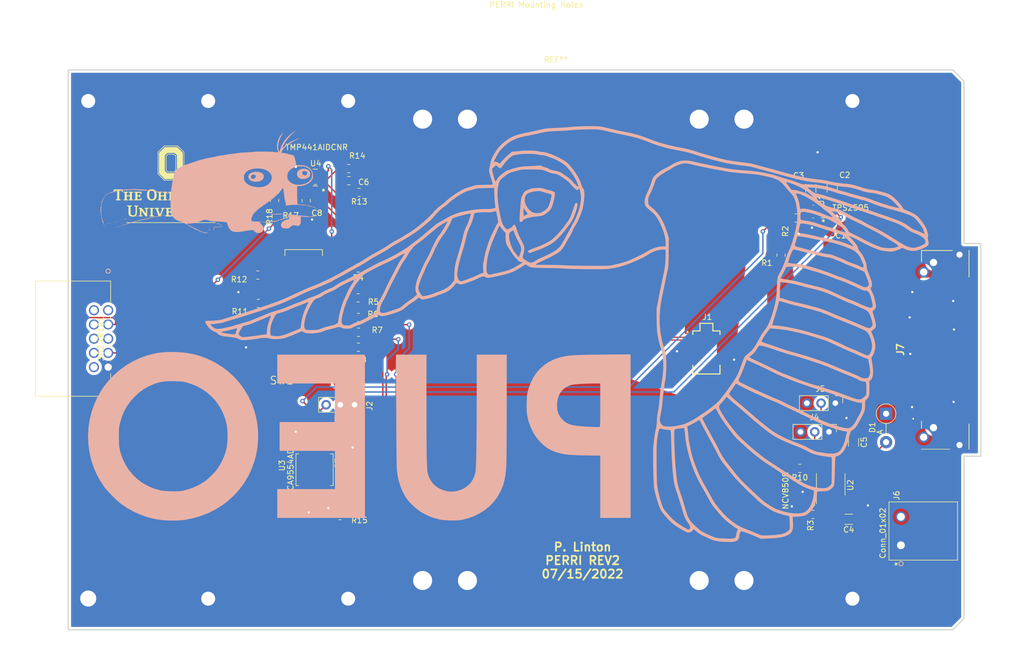
<source format=kicad_pcb>
(kicad_pcb (version 20211014) (generator pcbnew)
  (layers (0 "F.Cu" signal) (31 "B.Cu" signal) (34 "B.Paste" user) (35 "F.Paste" user) (36 "B.SilkS" user "B.Silkscreen") (37 "F.SilkS" user "F.Silkscreen") (38 "B.Mask" user) (39 "F.Mask" user) (44 "Edge.Cuts" user))
  (net 0 "")
  (net 1 "Net-(C1-Pad1)")
  (net 2 "GND")
  (net 3 "+12V")
  (net 4 "/12V_To_Hat")
  (net 5 "+5V")
  (net 6 "/DXN")
  (net 7 "/DXP")
  (net 8 "Net-(C5-Pad2)")
  (net 9 "Net-(C6-Pad1)")
  (net 10 "/SDA")
  (net 11 "/SCL")
  (net 12 "Net-(C6-Pad2)")
  (net 13 "/DS_EN")
  (net 14 "/To_Efuse_EN")
  (net 15 "/GPIO_EN")
  (net 16 "/TMP_A1")
  (net 17 "/TMP_A0")
  (net 18 "/FLT")
  (net 19 "/GPIO_A0")
  (net 20 "Net-(J4-Pad2)")
  (net 21 "/GPIO_A1")
  (net 22 "/GPIO_A2")
  (net 30 "Net-(R2-Pad1)")
  (net 31 "Net-(R3-Pad2)")
  (net 32 "Net-(R11-Pad1)")
  (net 33 "Net-(J5-Pad2)")
  (net 105 "Net-(R10-Pad1)")
  (net 106 "Net-(R12-Pad1)")
  (footprint "footprints:1757242" (layer "F.Cu") (at 237.11 126.05 90)
    (fp_text reference "J6")
    (fp_text value "Conn_01x02")
  )
  (footprint "Resistor_SMD:R_0805_2012Metric" (layer "F.Cu") (at 127.98 69.59 90)
    (fp_text reference "R17")
    (fp_text value "R_US")
  )
  (footprint "Capacitor_SMD:C_1206_3216Metric" (layer "F.Cu") (at 221.01 67.39 90)
    (fp_text reference "C3")
    (fp_text value "C_Polarized_US")
  )
  (footprint "footprints:OSU_Logo" (layer "F.Cu") (at 106.73 66.65)
    (fp_text reference "G***" hide)
    (fp_text value "LOGO" hide)
  )
  (footprint "Diode_THT:D_DO-41_SOD81_P5.08mm_Vertical_AnodeUp" (layer "F.Cu") (at 234.46 107.637818 -90)
    (fp_text reference "D1")
    (fp_text value "DIODE")
  )
  (footprint "Resistor_SMD:R_0805_2012Metric" (layer "F.Cu") (at 215.7 79.32 -90)
    (fp_text reference "R1")
    (fp_text value "R_US")
  )
  (footprint "Capacitor_SMD:C_1206_3216Metric" (layer "F.Cu") (at 224.83 67.37 90)
    (fp_text reference "C2")
    (fp_text value "C_Polarized_US")
  )
  (footprint "Resistor_SMD:R_0805_2012Metric" (layer "F.Cu") (at 140.35625 68.11 180)
    (fp_text reference "R13")
    (fp_text value "R_US")
  )
  (footprint "Resistor_SMD:R_0805_2012Metric" (layer "F.Cu") (at 140.15 86.95)
    (fp_text reference "R5")
    (fp_text value "R_US")
  )
  (footprint "footprints:PUEO150" (layer "F.Cu") (at 166.98 93.4)
    (fp_text reference "G***" hide)
    (fp_text value "LOGO" hide)
  )
  (footprint "footprints:SAMTEC_SS5-10-3.00-X-D-K-XX" (layer "F.Cu") (at 202.369396 96.233 90)
    (fp_text reference "J1")
    (fp_text value "SS5-10-3.00-X-D-K-XX")
  )
  (footprint "Connector_PinHeader_2.54mm:PinHeader_1x03_P2.54mm_Vertical" (layer "F.Cu") (at 139.52 106.04 -90)
    (fp_text reference "J2")
    (fp_text value "Conn_01x03")
  )
  (footprint "Capacitor_SMD:C_1206_3216Metric" (layer "F.Cu") (at 228.65 112.74 -90)
    (fp_text reference "C5")
    (fp_text value "0.1uF")
  )
  (footprint "Resistor_SMD:R_0805_2012Metric" (layer "F.Cu") (at 136.92 123.67 180)
    (fp_text reference "R16")
    (fp_text value "R_US")
  )
  (footprint "Capacitor_SMD:C_0805_2012Metric" (layer "F.Cu") (at 138.24 116.53 90)
    (fp_text reference "C7")
    (fp_text value "C_Small")
  )
  (footprint "footprints:FX23100S05SH" (layer "F.Cu") (at 245.027996 96.233 90)
    (fp_text reference "J7")
    (fp_text value "Conn_02x50_Counter_Clockwise" hide)
  )
  (footprint "Package_SO:SOIC-8-1EP_3.9x4.9mm_P1.27mm_EP2.514x3.2mm" (layer "F.Cu") (at 224.569725 120.262425 90)
    (fp_text reference "U2")
    (fp_text value "NCV8508")
  )
  (footprint "footprints:Perry" (layer "F.Cu") (at 113.77 67.73)
    (fp_text reference "G***" hide)
    (fp_text value "LOGO" hide)
  )
  (footprint "Resistor_SMD:R_0805_2012Metric" (layer "F.Cu") (at 140.24 93.08)
    (fp_text reference "R7")
    (fp_text value "R_US")
  )
  (footprint "Connector_PinHeader_2.54mm:PinHeader_1x03_P2.54mm_Vertical" (layer "F.Cu") (at 225.39 105.75 -90)
    (fp_text reference "J5")
    (fp_text value "Conn_01x03")
  )
  (footprint "Connector_PinHeader_2.54mm:PinHeader_1x03_P2.54mm_Vertical" (layer "F.Cu") (at 224.26 110.88 -90)
    (fp_text reference "J4")
    (fp_text value "Conn_01x03")
  )
  (footprint "Resistor_SMD:R_0805_2012Metric" (layer "F.Cu") (at 138.48625 63.86 180)
    (fp_text reference "R14")
    (fp_text value "R_US")
  )
  (footprint "footprints:302-R101" (layer "F.Cu") (at 95.510151 89.157 -90)
    (fp_text reference "J3")
    (fp_text value "302-R101")
  )
  (footprint "Resistor_SMD:R_0805_2012Metric" (layer "F.Cu") (at 218.36 72.67 180)
    (fp_text reference "R2")
    (fp_text value "R_US")
  )
  (footprint "TPS441:TPS259525DSGR" (layer "F.Cu") (at 222.4352 71.5242 180)
    (fp_text reference "U1")
    (fp_text value "TPS2595")
  )
  (footprint "Capacitor_SMD:C_0805_2012Metric" (layer "F.Cu") (at 130.88 69.59 -90)
    (fp_text reference "C8")
    (fp_text value "C_Small")
  )
  (footprint "footprints:PERRI_Outline" (layer "F.Cu") (at 175.391196 90.2348)
    (fp_text reference "REF**")
    (fp_text value "PERRI_Outline")
    (fp_line (start 72.9882 24.9944) (end 72.9882 53.9944) (layer "Edge.Cuts") (width 0.2))
    (fp_line (start 75.9882 24.9944) (end 72.9882 24.9944) (layer "Edge.Cuts") (width 0.2))
    (fp_line (start 72.9882 -13.0056) (end 75.9882 -13.0056) (layer "Edge.Cuts") (width 0.2))
    (fp_line (start 70.9882 55.9944) (end -87.0118 55.9944) (layer "Edge.Cuts") (width 0.2))
    (fp_line (start 72.9882 -42.0056) (end 72.9882 -13.0056) (layer "Edge.Cuts") (width 0.2))
    (fp_line (start -87.0118 55.9944) (end -87.0118 -44.0056) (layer "Edge.Cuts") (width 0.2))
    (fp_line (start 75.9882 -13.0056) (end 75.9882 24.9944) (layer "Edge.Cuts") (width 0.2))
    (fp_line (start 70.9882 -44.0056) (end 72.9882 -42.0056) (layer "Edge.Cuts") (width 0.2))
    (fp_line (start -87.0118 -44.0056) (end 70.9882 -44.0056) (layer "Edge.Cuts") (width 0.2))
    (fp_line (start 72.9882 53.9944) (end 70.9882 55.9944) (layer "Edge.Cuts") (width 0.2))
  )
  (footprint "Resistor_SMD:R_0805_2012Metric" (layer "F.Cu") (at 122.26 82.87 180)
    (fp_text reference "R12")
    (fp_text value "R_US")
  )
  (footprint "Resistor_SMD:R_0805_2012Metric" (layer "F.Cu") (at 136.92 125.84 180)
    (fp_text reference "R15")
    (fp_text value "R_US")
  )
  (footprint "Resistor_SMD:R_0805_2012Metric" (layer "F.Cu") (at 219.06 117.4 180)
    (fp_text reference "R10")
    (fp_text value "R_US")
  )
  (footprint "Resistor_SMD:R_0805_2012Metric" (layer "F.Cu") (at 125.24 69.55 90)
    (fp_text reference "R18")
    (fp_text value "R_US")
  )
  (footprint "Resistor_SMD:R_0805_2012Metric" (layer "F.Cu") (at 140.22 95.76)
    (fp_text reference "R8")
    (fp_text value "R_US")
  )
  (footprint "footprints:TMP441AIDCNR" (layer "F.Cu") (at 132.514601 65.46165 180)
    (fp_text reference "U4")
    (fp_text value "TMP441AIDCNR")
  )
  (footprint "Resistor_SMD:R_0805_2012Metric" (layer "F.Cu") (at 140.14 81.6)
    (fp_text reference "R4")
    (fp_text value "R_US")
  )
  (footprint "PCA9554ADB:PCA9554ADB" (layer "F.Cu") (at 132.3775 117.64195 -90)
    (fp_text reference "U3")
    (fp_text value "PCA9554ADB")
  )
  (footprint "Resistor_SMD:R_0805_2012Metric" (layer "F.Cu") (at 135.39 101.93 180)
    (fp_text reference "R9")
    (fp_text value "R_US")
  )
  (footprint "Resistor_SMD:R_0805_2012Metric" (layer "F.Cu") (at 140.22 90.45)
    (fp_text reference "R6")
    (fp_text value "R_US")
  )
  (footprint "footprints:SW_219-8LPSTRF" (layer "F.Cu") (at 130.430299 89.23 180)
    (fp_text reference "SW1")
    (fp_text value "SW_DIP_x08")
  )
  (footprint "footprints:PERRI_Mounting_Holes" (layer "F.Cu") (at 172.579551 90.239551)
    (fp_text reference "PERRI Mounting Holes")
    (fp_text value "PERRI_Mounting_Holes")
  )
  (footprint "Capacitor_SMD:C_0805_2012Metric" (layer "F.Cu") (at 138.51625 66.02 180)
    (fp_text reference "C6")
    (fp_text value "C_Small")
  )
  (footprint "Capacitor_SMD:C_0805_2012Metric" (layer "F.Cu") (at 224.5 74.51 -90)
    (fp_text reference "C1")
    (fp_text value "C")
  )
  (footprint "Resistor_SMD:R_0805_2012Metric" (layer "F.Cu") (at 221.38 125.62)
    (fp_text reference "R3")
    (fp_text value "R_US")
  )
  (footprint "Capacitor_SMD:C_1206_3216Metric" (layer "F.Cu") (at 227.79 126.49 180)
    (fp_text reference "C4")
    (fp_text value "1uF")
  )
  (footprint "Resistor_SMD:R_0805_2012Metric" (layer "F.Cu") (at 122.34165 87.94 180)
    (fp_text reference "R11")
    (fp_text value "R_US")
  )
  (gr_text "P. Linton\nPERRI REV2\n07/15/2022" (at 180.25 133.86) (layer "F.SilkS") (effects (font (size 1.5 1.5) (thickness 0.3))))
  (segment (start 223.385201 72.274201) (end 224.034201 72.274201) (width 0.25) (layer "F.Cu") (net 1))
  (segment (start 224.034201 72.274201) (end 224.5 72.74) (width 0.25) (layer "F.Cu") (net 1))
  (segment (start 224.5 72.74) (end 224.5 73.56) (width 0.25) (layer "F.Cu") (net 1))
  (segment (start 130.102501 111.962501) (end 129 110.86) (width 0.25) (layer "F.Cu") (net 2))
  (segment (start 239.727 87.983) (end 238.67 89.04) (width 0.25) (layer "F.Cu") (net 2))
  (segment (start 126.125299 93.04) (end 123.09 93.04) (width 0.25) (layer "F.Cu") (net 2))
  (segment (start 247.478974 103.483) (end 246.42 104.541974) (width 0.25) (layer "F.Cu") (net 2))
  (segment (start 129.976651 64.486651) (end 129.04 63.55) (width 0.25) (layer "F.Cu") (net 2))
  (segment (start 241.801996 89.483) (end 239.347 89.483) (width 0.25) (layer "F.Cu") (net 2))
  (segment (start 239.713 86.483) (end 239.205 85.975) (width 0.25) (layer "F.Cu") (net 2))
  (segment (start 238.67 90.16) (end 238.67 90.43) (width 0.25) (layer "F.Cu") (net 2))
  (segment (start 239.090974 105.07) (end 239.090974 106.459026) (width 0.25) (layer "F.Cu") (net 2))
  (segment (start 240.677974 104.983) (end 239.090974 106.57) (width 0.25) (layer "F.Cu") (net 2))
  (segment (start 228.65 111.265) (end 228.65 109.67) (width 0.25) (layer "F.Cu") (net 2))
  (segment (start 241.801996 95.483) (end 240.617 95.483) (width 0.25) (layer "F.Cu") (net 2))
  (segment (start 198.603 94.983) (end 197.103 96.483) (width 0.25) (layer "F.Cu") (net 2))
  (segment (start 247.478974 89.483) (end 246.46 88.464026) (width 0.25) (layer "F.Cu") (net 2))
  (segment (start 239.685974 85.975) (end 239.205 85.975) (width 0.25) (layer "F.Cu") (net 2))
  (segment (start 246.46 86.001974) (end 247.478974 84.983) (width 0.25) (layer "F.Cu") (net 2))
  (segment (start 240.677974 84.983) (end 239.685974 85.975) (width 0.25) (layer "F.Cu") (net 2))
  (segment (start 198.853 95.983) (end 198.353 96.483) (width 0.25) (layer "F.Cu") (net 2))
  (segment (start 238.78 98.585026) (end 238.78 97.32) (width 0.25) (layer "F.Cu") (net 2))
  (segment (start 240.677974 100.483) (end 238.78 98.585026) (width 0.25) (layer "F.Cu") (net 2))
  (segment (start 246.941026 87.983) (end 246.46 87.501974) (width 0.25) (layer "F.Cu") (net 2))
  (segment (start 241.801996 92.483) (end 240.153 92.483) (width 0.25) (layer "F.Cu") (net 2))
  (segment (start 248.677996 104.983) (end 246.647 104.983) (width 0.25) (layer "F.Cu") (net 2))
  (segment (start 240.617 95.483) (end 238.985 97.115) (width 0.25) (layer "F.Cu") (net 2))
  (segment (start 223.21 61.31) (end 222.84 60.94) (width 0.25) (layer "F.Cu") (net 2))
  (segment (start 241.801996 84.983) (end 240.677974 84.983) (width 0.25) (layer "F.Cu") (net 2))
  (segment (start 198.603 97.983) (end 197.103 96.483) (width 0.25) (layer "F.Cu") (net 2))
  (segment (start 224.569725 120.262425) (end 220.887575 120.262425) (width 0.25) (layer "F.Cu") (net 2))
  (segment (start 238.78 96.95) (end 238.78 97.32) (width 0.25) (layer "F.Cu") (net 2))
  (segment (start 200.034396 95.483) (end 198.733 95.483) (width 0.25) (layer "F.Cu") (net 2))
  (segment (start 241.801996 87.983) (end 239.727 87.983) (width 0.25) (layer "F.Cu") (net 2))
  (segment (start 246.42 104.541974) (end 246.42 105.21) (width 0.25) (layer "F.Cu") (net 2))
  (segment (start 247.478974 107.983) (end 246.42 106.924026) (width 0.25) (layer "F.Cu") (net 2))
  (segment (start 246.42 105.424026) (end 246.42 105.21) (width 0.25) (layer "F.Cu") (net 2))
  (segment (start 241.801996 90.983) (end 238.807 90.983) (width 0.25) (layer "F.Cu") (net 2))
  (segment (start 248.677996 103.483) (end 247.478974 103.483) (width 0.25) (layer "F.Cu") (net 2))
  (segment (start 241.801996 93.983) (end 240.677974 93.983) (width 0.25) (layer "F.Cu") (net 2))
  (segment (start 224.5 75.46) (end 222.29 75.46) (width 0.25) (layer "F.Cu") (net 2))
  (segment (start 240.153 92.483) (end 238.73 91.06) (width 0.25) (layer "F.Cu") (net 2))
  (segment (start 207.307 97.983) (end 207.31 97.98) (width 0.25) (layer "F.Cu") (net 2))
  (segment (start 122.43 98.12) (end 120.22 95.91) (width 0.25) (layer "F.Cu") (net 2))
  (segment (start 121.82 85.42) (end 121.3475 84.9475) (width 0.25) (layer "F.Cu") (net 2))
  (segment (start 239.205 85.975) (end 239.14 85.91) (width 0.25) (layer "F.Cu") (net 2))
  (segment (start 121.3475 84.9475) (end 119.7525 84.9475) (width 0.25) (layer "F.Cu") (net 2))
  (segment (start 222.00922 72.274201) (end 222.4352 71.848221) (width 0.25) (layer "F.Cu") (net 2))
  (segment (start 238.67 91) (end 238.73 91.06) (width 0.25) (layer "F.Cu") (net 2))
  (segment (start 239.090974 106.57) (end 238.97 106.57) (width 0.25) (layer "F.Cu") (net 2))
  (segment (start 224.569725 121.210275) (end 224.569725 120.262425) (width 0.25) (layer "F.Cu") (net 2))
  (segment (start 223.934725 121.845275) (end 224.569725 121.210275) (width 0.25) (layer "F.Cu") (net 2))
  (segment (start 247.478974 96.983) (end 246.35 95.854026) (width 0.25) (layer "F.Cu") (net 2))
  (segment (start 222.4352 73.1948) (end 221.23 74.4) (width 0.25) (layer "F.Cu") (net 2))
  (segment (start 240.677974 103.483) (end 239.090974 105.07) (width 0.25) (layer "F.Cu") (net 2))
  (segment (start 130.88 70.54) (end 130.88 71.91) (width 0.25) (layer "F.Cu") (net 2))
  (segment (start 248.677996 87.983) (end 246.941026 87.983) (width 0.25) (layer "F.Cu") (net 2))
  (segment (start 219.06 125.62) (end 217.62 124.18) (width 0.25) (layer "F.Cu") (net 2))
  (segment (start 248.677996 106.483) (end 247.478974 106.483) (width 0.25) (layer "F.Cu") (net 2))
  (segment (start 222.29 75.46) (end 221.23 74.4) (width 0.25) (layer "F.Cu") (net 2))
  (segment (start 121.66 90.5) (end 120.14 92.02) (width 0.25) (layer "F.Cu") (net 2))
  (segment (start 223.934725 122.899925) (end 223.934725 121.845275) (width 0.25) (layer "F.Cu") (net 2))
  (segment (start 221.01 65.915) (end 221.01 64.65) (width 0.25) (layer "F.Cu") (net 2))
  (segment (start 246.46 88.464026) (end 246.46 87.501974) (width 0.25) (layer "F.Cu") (net 2))
  (segment (start 241.801996 86.483) (end 239.713 86.483) (width 0.25) (layer "F.Cu") (net 2))
  (segment (start 223.21 62.45) (end 223.21 61.31) (width 0.25) (layer "F.Cu") (net 2))
  (segment (start 138.24 115.58) (end 138.24 114.61) (width 0.25) (layer "F.Cu") (net 2))
  (segment (start 120.14 95.83) (end 120.22 95.91) (width 0.25) (layer "F.Cu") (net 2))
  (segment (start 241.801996 104.983) (end 240.677974 104.983) (width 0.25) (layer "F.Cu") (net 2))
  (segment (start 247.478974 95.483) (end 246.35 94.354026) (width 0.25) (layer "F.Cu") (net 2))
  (segment (start 238.807 90.983) (end 238.73 91.06) (width 0.25) (layer "F.Cu") (net 2))
  (segment (start 200.034396 95.983) (end 198.853 95.983) (width 0.25) (layer "F.Cu") (net 2))
  (segment (start 238.67 89.04) (end 238.67 90.43) (width 0.25) (layer "F.Cu") (net 2))
  (segment (start 247.478974 84.983) (end 248.677996 84.983) (width 0.25) (layer "F.Cu") (net 2))
  (segment (start 204.704396 97.983) (end 207.307 97.983) (width 0.25) (layer "F.Cu") (net 2))
  (segment (start 241.801996 100.483) (end 240.677974 100.483) (width 0.25) (layer "F.Cu") (net 2))
  (segment (start 247.478974 90.983) (end 246.35 92.111974) (width 0.25) (layer "F.Cu") (net 2))
  (segment (start 220.887575 120.262425) (end 219.56 121.59) (width 0.25) (layer "F.Cu") (net 2))
  (segment (start 217.4475 72.67) (end 217.4475 74.0975) (width 0.25) (layer "F.Cu") (net 2))
  (segment (start 224.83 65.895) (end 224.83 64.07) (width 0.25) (layer "F.Cu") (net 2))
  (segment (start 200.034396 96.983) (end 198.853 96.983) (width 0.25) (layer "F.Cu") (net 2))
  (segment (start 126.125299 85.42) (end 121.82 85.42) (width 0.25) (layer "F.Cu") (net 2))
  (segment (start 239.737 106.483) (end 239.31 106.91) (width 0.25) (layer "F.Cu") (net 2))
  (segment (start 248.677996 92.483) (end 246.707 92.483) (width 0.25) (layer "F.Cu") (net 2))
  (segment (start 246.585 92.605) (end 246.35 92.84) (width 0.25) (layer "F.Cu") (net 2))
  (segment (start 204.704396 97.483) (end 206.813 97.483) (width 0.25) (layer "F.Cu") (net 2))
  (segment (start 241.801996 106.483) (end 239.737 106.483) (width 0.25) (layer "F.Cu") (net 2))
  (segment (start 246.46 87.501974) (end 246.46 86.001974) (width 0.25) (layer "F.Cu") (net 2))
  (segment (start 121.3475 84.9475) (end 121.3475 82.87) (width 0.25) (layer "F.Cu") (net 2))
  (segment (start 200.034396 94.983) (end 198.603 94.983) (width 0.25) (layer "F.Cu") (net 2))
  (segment (start 121.42915 85.02915) (end 121.3475 84.9475) (width 0.25) (layer "F.Cu") (net 2))
  (segment (start 239.090974 106.459026) (end 239.090974 106.57) (width 0.25) (layer "F.Cu") (net 2))
  (segment (start 120.14 92.02) (end 120.14 95.78) (width 0.25) (layer "F.Cu") (net 2))
  (segment (start 199.103 98.483) (end 198.603 97.983) (width 0.25) (layer "F.Cu") (net 2))
  (segment (start 222.91 62.75) (end 223.21 62.45) (width 0.25) (layer "F.Cu") (net 2))
  (segment (start 197.733 96.483) (end 197.103 96.483) (width 0.25) (layer "F.Cu") (net 2))
  (segment (start 247.478974 86.483) (end 246.46 87.501974) (width 0.25) (layer "F.Cu") (net 2))
  (segment (start 246.707 92.483) (end 246.585 92.605) (width 0.25) (layer "F.Cu") (net 2))
  (segment (start 229.265 126.49) (end 230.96 126.49) (width 0.25) (layer "F.Cu") (net 2))
  (segment (start 238.985 97.115) (end 238.78 97.32) (width 0.25) (layer "F.Cu") (net 2))
  (segment (start 239.117 96.983) (end 238.985 97.115) (width 0.25) (layer "F.Cu") (net 2))
  (segment (start 248.677996 89.483) (end 247.478974 89.483) (width 0.25) (layer "F.Cu") (net 2))
  (segment (start 126.125299 95.58) (end 120.55 95.58) (width 0.25) (layer "F.Cu") (net 2))
  (segment (start 246.647 104.983) (end 246.42 105.21) (width 0.25) (layer "F.Cu") (net 2))
  (segment (start 122.22 80.34) (end 121.3475 81.2125) (width 0.25) (layer "F.Cu") (net 2))
  (segment (start 248.677996 95.483) (end 247.478974 95.483) (width 0.25) (layer "F.Cu") (net 2))
  (segment (start 246.517987 105.522013) (end 246.42 105.424026) (width 0.25) (layer "F.Cu") (net 2))
  (segment (start 200.034396 96.483) (end 198.353 96.483) (width 0.25) (layer "F.Cu") (net 2))
  (segment (start 123.09 93.04) (end 120.22 95.91) (width 0.25) (layer "F.Cu") (net 2))
  (segment (start 130.102501 114.21295) (end 130.102501 111.962501) (width 0.25) (layer "F.Cu") (net 2))
  (segment (start 246.35 93.98) (end 246.35 92.84) (width 0.25) (layer "F.Cu") (net 2))
  (segment (start 200.034396 98.483) (end 199.103 98.483) (width 0.25) (layer "F.Cu") (net 2))
  (segment (start 248.677996 86.483) (end 247.478974 86.483) (width 0.25) (layer "F.Cu") (net 2))
  (segment (start 198.853 96.983) (end 198.353 96.483) (width 0.25) (layer "F.Cu") (net 2))
  (segment (start 206.807 98.483) (end 207.307 97.983) (width 0.25) (layer "F.Cu") (net 2))
  (segment (start 231.22 124.02) (end 231.22 126.23) (width 0.25) (layer "F.Cu") (net 2))
  (segment (start 247.493 93.983) (end 246.35 92.84) (width 0.25) (layer "F.Cu") (net 2))
  (segment (start 224.83 64.07) (end 223.21 62.45) (width 0.25) (layer "F.Cu") (net 2))
  (segment (start 200.034396 97.483) (end 198.733 97.483) (width 0.25) (layer "F.Cu") (net 2))
  (segment (start 126.125299 80.34) (end 122.22 80.34) (width 0.25) (layer "F.Cu") (net 2))
  (segment (start 121.42915 87.94) (end 121.42915 85.02915) (width 0.25) (layer "F.Cu") (net 2))
  (segment (start 130.88 71.91) (end 131.93 72.96) (width 0.25) (layer "F.Cu") (net 2))
  (segment (start 126.125299 98.12) (end 122.43 98.12) (width 0.25) (layer "F.Cu") (net 2))
  (segment (start 248.677996 90.983) (end 247.478974 90.983) (width 0.25) (layer "F.Cu") (net 2))
  (segment (start 240.383 107.983) (end 239.31 106.91) (width 0.25) (layer "F.Cu") (net 2))
  (segment (start 240.677974 93.983) (end 238.78 95.880974) (width 0.25) (layer "F.Cu") (net 2))
  (segment (start 198.353 96.483) (end 197.733 96.483) (width 0.25) (layer "F.Cu") (net 2))
  (segment (start 126.125299 90.5) (end 121.66 90.5) (width 0.25) (layer "F.Cu") (net 2))
  (segment (start 246.35 92.111974) (end 246.35 92.84) (width 0.25) (layer "F.Cu") (net 2))
  (segment (start 239.347 89.483) (end 238.67 90.16) (width 0.25) (layer "F.Cu") (net 2))
  (segment (start 220.4675 125.62) (end 219.06 125.62) (width 0.25) (layer "F.Cu") (net 2))
  (segment (start 131.320801 64.486651) (end 129.976651 64.486651) (width 0.25) (layer "F.Cu") (net 2))
  (segment (start 217.4475 74.0975) (end 218.85 75.5) (width 0.25) (layer "F.Cu") (net 2))
  (segment (start 246.35 94.354026) (end 246.35 93.98) (width 0.25) (layer "F.Cu") (net 2))
  (segment (start 206.813 97.483) (end 207.31 97.98) (width 0.25) (layer "F.Cu") (net 2))
  (segment (start 138.24 114.61) (end 139.18 113.67) (width 0.25) (layer "F.Cu") (net 2))
  (segment (start 246.42 106.924026) (end 246.42 105.424026) (width 0.25) (layer "F.Cu") (net 2))
  (segment (start 246.35 95.854026) (end 246.35 93.98) (width 0.25) (layer "F.Cu") (net 2))
  (segment (start 222.4352 71.848221) (end 222.4352 71.524203) (width 0.25) (layer "F.Cu") (net 2))
  (segment (start 248.677996 93.983) (end 247.493 93.983) (width 0.25) (layer "F.Cu") (net 2))
  (segment (start 221.01 64.65) (end 222.91 62.75) (width 0.25) (layer "F.Cu") (net 2))
  (segment (start 198.733 97.483) (end 197.733 96.483) (width 0.25) (layer "F.Cu") (net 2))
  (segment (start 120.55 95.58) (end 120.22 95.91) (width 0.25) (layer "F.Cu") (net 2))
  (segment (start 198.733 95.483) (end 197.733 96.483) (width 0.25) (layer "F.Cu") (net 2))
  (segment (start 247.478974 106.483) (end 246.517987 105.522013) (width 0.25) (layer "F.Cu") (net 2))
  (segment (start 228.65 109.67) (end 227.38 108.4) (width 0.25) (layer "F.Cu") (net 2))
  (segment (start 241.801996 107.983) (end 240.383 107.983) (width 0.25) (layer "F.Cu") (net 2))
  (segment (start 241.801996 103.483) (end 240.677974 103.483) (width 0.25) (layer "F.Cu") (net 2))
  (segment (start 121.3475 81.2125) (end 121.3475 82.87) (width 0.25) (layer "F.Cu") (net 2))
  (segment (start 221.485199 72.274201) (end 222.00922 72.274201) (width 0.25) (layer "F.Cu") (net 2))
  (segment (start 239.31 106.91) (end 238.97 106.57) (width 0.25) (layer "F.Cu") (net 2))
  (segment (start 120.14 95.78) (end 120.14 95.83) (width 0.25) (layer "F.Cu") (net 2))
  (segment (start 231.22 126.23) (end 230.96 126.49) (width 0.25) (layer "F.Cu") (net 2))
  (segment (start 238.78 95.880974) (end 238.78 96.95) (width 0.25) (layer "F.Cu") (net 2))
  (segment (start 241.801996 96.983) (end 239.117 96.983) (width 0.25) (layer "F.Cu") (net 2))
  (segment (start 222.4352 71.524203) (end 222.4352 73.1948) (width 0.25) (layer "F.Cu") (net 2))
  (segment (start 204.704396 98.483) (end 206.807 98.483) (width 0.25) (layer "F.Cu") (net 2))
  (segment (start 222.84 60.94) (end 222.23 60.94) (width 0.25) (layer "F.Cu") (net 2))
  (segment (start 119.7525 84.9475) (end 118.78 85.92) (width 0.25) (layer "F.Cu") (net 2))
  (segment (start 248.677996 107.983) (end 247.478974 107.983) (width 0.25) (layer "F.Cu") (net 2))
  (segment (start 200.034396 97.983) (end 198.603 97.983) (width 0.25) (layer "F.Cu") (net 2))
  (segment (start 248.677996 96.983) (end 247.478974 96.983) (width 0.25) (layer "F.Cu") (net 2))
  (segment (start 238.67 90.43) (end 238.67 91) (width 0.25) (layer "F.Cu") (net 2))
  (via (at 118.78 85.92) (size 0.8) (drill 0.4) (layers "F.Cu" "B.Cu") (net 2))
  (via (at 131.93 72.96) (size 0.8) (drill 0.4) (layers "F.Cu" "B.Cu") (net 2))
  (via (at 238.67 90.43) (size 0.8) (drill 0.4) (layers "F.Cu" "B.Cu") (net 2))
  (via (at 139.18 113.67) (size 0.8) (drill 0.4) (layers "F.Cu" "B.Cu") (net 2))
  (via (at 129 110.86) (size 0.8) (drill 0.4) (layers "F.Cu" "B.Cu") (net 2))
  (via (at 129.04 63.55) (size 0.8) (drill 0.4) (layers "F.Cu" "B.Cu") (net 2))
  (via (at 221.23 74.4) (size 0.8) (drill 0.4) (layers "F.Cu" "B.Cu") (net 2))
  (via (at 239.090974 106.459026) (size 0.8) (drill 0.4) (layers "F.Cu" "B.Cu") (net 2))
  (via (at 222.23 60.94) (size 0.8) (drill 0.4) (layers "F.Cu" "B.Cu") (net 2))
  (via (at 197.103 96.483) (size 0.8) (drill 0.4) (layers "F.Cu" "B.Cu") (net 2))
  (via (at 239.14 85.91) (size 0.8) (drill 0.4) (layers "F.Cu" "B.Cu") (net 2))
  (via (at 219.56 121.59) (size 0.8) (drill 0.4) (layers "F.Cu" "B.Cu") (net 2))
  (via (at 217.62 124.18) (size 0.8) (drill 0.4) (layers "F.Cu" "B.Cu") (net 2))
  (via (at 246.517987 105.522013) (size 0.8) (drill 0.4) (layers "F.Cu" "B.Cu") (net 2))
  (via (at 227.38 108.4) (size 0.8) (drill 0.4) (layers "F.Cu" "B.Cu") (net 2))
  (via (at 231.22 124.02) (size 0.8) (drill 0.4) (layers "F.Cu" "B.Cu") (net 2))
  (via (at 238.78 96.95) (size 0.8) (drill 0.4) (layers "F.Cu" "B.Cu") (net 2))
  (via (at 207.31 97.98) (size 0.8) (drill 0.4) (layers "F.Cu" "B.Cu") (net 2))
  (via (at 246.585 92.605) (size 0.8) (drill 0.4) (layers "F.Cu" "B.Cu") (net 2))
  (via (at 246.46 87.501974) (size 0.8) (drill 0.4) (layers "F.Cu" "B.Cu") (net 2))
  (via (at 120.14 95.78) (size 0.8) (drill 0.4) (layers "F.Cu" "B.Cu") (net 2))
  (via (at 218.85 75.5) (size 0.8) (drill 0.4) (layers "F.Cu" "B.Cu") (net 2))
  (segment (start 223.385201 71.2742) (end 223.8558 71.2742) (width 0.25) (layer "F.Cu") (net 3))
  (segment (start 223.8558 71.2742) (end 224.28 70.85) (width 0.25) (layer "F.Cu") (net 3))
  (segment (start 221.054202 70.774202) (end 220.75 70.47) (width 0.25) (layer "F.Cu") (net 4))
  (segment (start 221.485199 70.774202) (end 221.054202 70.774202) (width 0.25) (layer "F.Cu") (net 4))
  (segment (start 205.537 96.983) (end 206.04 96.48) (width 0.25) (layer "F.Cu") (net 4))
  (segment (start 204.704396 96.983) (end 205.537 96.983) (width 0.25) (layer "F.Cu") (net 4))
  (segment (start 131.3 67.41) (end 130.89 67.41) (width 0.25) (layer "F.Cu") (net 5))
  (segment (start 131.320801 66.436649) (end 131.320801 67.389199) (width 0.25) (layer "F.Cu") (net 5))
  (segment (start 131.320801 67.389199) (end 131.3 67.41) (width 0.25) (layer "F.Cu") (net 5))
  (segment (start 130.88 67.42) (end 130.88 68.64) (width 0.25) (layer "F.Cu") (net 5))
  (segment (start 130.89 67.41) (end 130.88 67.42) (width 0.25) (layer "F.Cu") (net 5))
  (segment (start 184.48 86.93048) (end 186.555487 86.930481) (width 0.2) (layer "F.Cu") (net 6))
  (segment (start 186.555487 86.930481) (end 193.032503 93.407497) (width 0.2) (layer "F.Cu") (net 6))
  (segment (start 193.032503 93.407497) (end 193.608006 93.983) (width 0.2) (layer "F.Cu") (net 6))
  (segment (start 140.47 63.86) (end 144.245006 63.86) (width 0.2) (layer "F.Cu") (net 6))
  (segment (start 193.608006 93.983) (end 200.034396 93.983) (width 0.2) (layer "F.Cu") (net 6))
  (segment (start 144.245006 63.86) (end 149.637503 69.252497) (width 0.2) (layer "F.Cu") (net 6))
  (segment (start 149.637503 69.252497) (end 167.315486 86.93048) (width 0.2) (layer "F.Cu") (net 6))
  (segment (start 139.39875 63.86) (end 140.47 63.86) (width 0.2) (layer "F.Cu") (net 6))
  (segment (start 167.315486 86.93048) (end 184.48 86.93048) (width 0.2) (layer "F.Cu") (net 6))
  (segment (start 167.15 87.33) (end 186.39 87.33) (width 0.2) (layer "F.Cu") (net 7))
  (segment (start 193.543 94.483) (end 200.034396 94.483) (width 0.2) (layer "F.Cu") (net 7))
  (segment (start 141.26875 68.11) (end 147.93 68.11) (width 0.2) (layer "F.Cu") (net 7))
  (segment (start 147.93 68.11) (end 167.15 87.33) (width 0.2) (layer "F.Cu") (net 7))
  (segment (start 186.39 87.33) (end 193.543 94.483) (width 0.2) (layer "F.Cu") (net 7))
  (segment (start 228.65 115.95) (end 228.7 116) (width 0.25) (layer "F.Cu") (net 8))
  (segment (start 234.46 112.717818) (end 231.177818 116) (width 0.25) (layer "F.Cu") (net 8))
  (segment (start 228.7 116) (end 226.46 116) (width 0.25) (layer "F.Cu") (net 8))
  (segment (start 228.65 114.215) (end 228.65 115.95) (width 0.25) (layer "F.Cu") (net 8))
  (segment (start 231.177818 116) (end 228.7 116) (width 0.25) (layer "F.Cu") (net 8))
  (segment (start 226.474725 117.624925) (end 226.46 117.6102) (width 0.25) (layer "F.Cu") (net 8))
  (segment (start 226.46 117.6102) (end 226.46 116) (width 0.25) (layer "F.Cu") (net 8))
  (segment (start 136.12625 68.12) (end 139.43375 68.12) (width 0.25) (layer "F.Cu") (net 9))
  (segment (start 133.708401 66.436649) (end 134.442899 66.436649) (width 0.25) (layer "F.Cu") (net 9))
  (segment (start 139.44375 66.0425) (end 139.46625 66.02) (width 0.25) (layer "F.Cu") (net 9))
  (segment (start 139.44375 68.11) (end 139.44375 66.0425) (width 0.25) (layer "F.Cu") (net 9))
  (segment (start 139.43375 68.12) (end 139.44375 68.11) (width 0.25) (layer "F.Cu") (net 9))
  (segment (start 134.442899 66.436649) (end 136.12625 68.12) (width 0.25) (layer "F.Cu") (net 9))
  (segment (start 134.87 128.82) (end 141.65952 128.82) (width 0.25) (layer "F.Cu") (net 10))
  (segment (start 94.674282 102.55) (end 115.604282 123.48) (width 0.25) (layer "F.Cu") (net 10))
  (segment (start 119.28 69.23) (end 119.8725 68.6375) (width 0.25) (layer "F.Cu") (net 10))
  (segment (start 246.287 84.483) (end 248.677996 84.483) (width 0.25) (layer "F.Cu") (net 10))
  (segment (start 134.49 123.67) (end 136.0075 123.67) (width 0.25) (layer "F.Cu") (net 10))
  (segment (start 127.423351 65.136649) (end 126.035 66.525) (width 0.25) (layer "F.Cu") (net 10))
  (segment (start 96.833 90.943) (end 96.360789 90.470789) (width 0.25) (layer "F.Cu") (net 10))
  (segment (start 90.84 101.18) (end 92.21 102.55) (width 0.25) (layer "F.Cu") (net 10))
  (segment (start 100.63 89.04) (end 100.63 79.72) (width 0.25) (layer "F.Cu") (net 10))
  (segment (start 95.510151 91.697) (end 96.833 91.697) (width 0.25) (layer "F.Cu") (net 10))
  (segment (start 115.604282 123.48) (end 129.53 123.48) (width 0.25) (layer "F.Cu") (net 10))
  (segment (start 134.84 124.5) (end 134.84 124.02) (width 0.25) (layer "F.Cu") (net 10))
  (segment (start 105.79 74.56) (end 116.02 74.56) (width 0.25) (layer "F.Cu") (net 10))
  (segment (start 146.79 123.68952) (end 200.57 123.68952) (width 0.25) (layer "F.Cu") (net 10))
  (segment (start 208.39 131.50952) (end 229.553802 131.50952) (width 0.25) (layer "F.Cu") (net 10))
  (segment (start 97.973 91.697) (end 100.63 89.04) (width 0.25) (layer "F.Cu") (net 10))
  (segment (start 245.56952 129.996197) (end 245.56952 124.32048) (width 0.25) (layer "F.Cu") (net 10))
  (segment (start 126.035 66.525) (end 125.24 67.32) (width 0.25) (layer "F.Cu") (net 10))
  (segment (start 90.84 91.23) (end 90.84 101.18) (width 0.25) (layer "F.Cu") (net 10))
  (segment (start 233.163803 135.11952) (end 240.446198 135.11952) (width 0.25) (layer "F.Cu") (net 10))
  (segment (start 92.21 102.55) (end 94.674282 102.55) (width 0.25) (layer "F.Cu") (net 10))
  (segment (start 119.28 71.3) (end 119.28 69.23) (width 0.25) (layer "F.Cu") (net 10))
  (segment (start 96.360789 90.470789) (end 91.599211 90.470789) (width 0.25) (layer "F.Cu") (net 10))
  (segment (start 119.8725 68.6375) (end 125.24 68.6375) (width 0.25) (layer "F.Cu") (net 10))
  (segment (start 131.33 125.28) (end 134.87 128.82) (width 0.25) (layer "F.Cu") (net 10))
  (segment (start 134.84 124.02) (end 134.49 123.67) (width 0.25) (layer "F.Cu") (net 10))
  (segment (start 100.63 79.72) (end 105.79 74.56) (width 0.25) (layer "F.Cu") (net 10))
  (segment (start 200.57 123.68952) (end 208.39 131.50952) (width 0.25) (layer "F.Cu") (net 10))
  (segment (start 229.553802 131.50952) (end 233.163803 135.11952) (width 0.25) (layer "F.Cu") (net 10))
  (segment (start 240.446198 135.11952) (end 245.56952 129.996197) (width 0.25) (layer "F.Cu") (net 10))
  (segment (start 91.599211 90.470789) (end 90.84 91.23) (width 0.25) (layer "F.Cu") (net 10))
  (segment (start 125.24 67.32) (end 125.24 68.6375) (width 0.25) (layer "F.Cu") (net 10))
  (segment (start 131.320801 65.136649) (end 127.423351 65.136649) (width 0.25) (layer "F.Cu") (net 10))
  (segment (start 141.65952 128.82) (end 146.79 123.68952) (width 0.25) (layer "F.Cu") (net 10))
  (segment (start 245.67 124.22) (end 245.67 85.1) (width 0.25) (layer "F.Cu") (net 10))
  (segment (start 116.02 74.56) (end 119.28 71.3) (width 0.25) (layer "F.Cu") (net 10))
  (segment (start 245.67 85.1) (end 246.287 84.483) (width 0.25) (layer "F.Cu") (net 10))
  (segment (start 129.53 123.48) (end 131.33 125.28) (width 0.25) (layer "F.Cu") (net 10))
  (segment (start 134.002498 121.07095) (end 134.002498 123.182498) (width 0.25) (layer "F.Cu") (net 10))
  (segment (start 134.002498 123.182498) (end 134.49 123.67) (width 0.25) (layer "F.Cu") (net 10))
  (segment (start 96.833 91.697) (end 97.973 91.697) (width 0.25) (layer "F.Cu") (net 10))
  (segment (start 96.833 91.697) (end 96.833 90.943) (width 0.25) (layer "F.Cu") (net 10))
  (segment (start 245.56952 124.32048) (end 245.67 124.22) (width 0.25) (layer "F.Cu") (net 10))
  (via (at 134.84 124.5) (size 0.8) (drill 0.4) (layers "F.Cu" "B.Cu") (net 10))
  (via (at 131.33 125.28) (size 0.8) (drill 0.4) (layers "F.Cu" "B.Cu") (net 10))
  (segment (start 131.33 125.28) (end 132.11 124.5) (width 0.25) (layer "B.Cu") (net 10))
  (segment (start 132.11 124.5) (end 134.84 124.5) (width 0.25) (layer "B.Cu") (net 10))
  (segment (start 136.0075 125.84) (end 136.0075 126.8575) (width 0.25) (layer "F.Cu") (net 11))
  (segment (start 128.085 66.235) (end 128.54 65.78) (width 0.25) (layer "F.Cu") (net 11))
  (segment (start 128.546651 65.786651) (end 131.320801 65.786651) (width 0.25) (layer "F.Cu") (net 11))
  (segment (start 146.54 123.24) (end 158.88 123.24) (width 0.25) (layer "F.Cu") (net 11))
  (segment (start 102.04 97.44) (end 102.04 109.28) (width 0.25) (layer "F.Cu") (net 11))
  (segment (start 126.68 67.64) (end 128.085 66.235) (width 0.25) (layer "F.Cu") (net 11))
  (segment (start 102.043 96.777) (end 115.11 83.71) (width 0.25) (layer "F.Cu") (net 11))
  (segment (start 133.352499 122.957501) (end 133.352499 121.07095) (width 0.25) (layer "F.Cu") (net 11))
  (segment (start 137.5 128.35) (end 141.43 128.35) (width 0.25) (layer "F.Cu") (net 11))
  (segment (start 229.74 131.06) (end 233.35 134.67) (width 0.25) (layer "F.Cu") (net 11))
  (segment (start 208.62 131.06) (end 229.74 131.06) (width 0.25) (layer "F.Cu") (net 11))
  (segment (start 133.347501 122.962499) (end 133.352499 122.957501) (width 0.25) (layer "F.Cu") (net 11))
  (segment (start 245.12 120.07) (end 245.01 119.96) (width 0.25) (layer "F.Cu") (net 11))
  (segment (start 141.43 128.35) (end 146.54 123.24) (width 0.25) (layer "F.Cu") (net 11))
  (segment (start 245.12 129.81) (end 245.12 120.07) (width 0.25) (layer "F.Cu") (net 11))
  (segment (start 95.510151 96.777) (end 102.043 96.777) (width 0.25) (layer "F.Cu") (net 11))
  (segment (start 128.54 65.78) (end 128.546651 65.786651) (width 0.25) (layer "F.Cu") (net 11))
  (segment (start 158.88 123.24) (end 159.15 122.97) (width 0.25) (layer "F.Cu") (net 11))
  (segment (start 133.352499 122.957501) (end 133.352499 124.282499) (width 0.25) (layer "F.Cu") (net 11))
  (segment (start 124.23 74.58) (end 126.68 72.13) (width 0.25) (layer "F.Cu") (net 11))
  (segment (start 127.98 68.6775) (end 127.98 66.34) (width 0.25) (layer "F.Cu") (net 11))
  (segment (start 102.04 109.28) (end 115.722499 122.962499) (width 0.25) (layer "F.Cu") (net 11))
  (segment (start 245.01 84.74) (end 245.767 83.983) (width 0.25) (layer "F.Cu") (net 11))
  (segment (start 136.0075 126.8575) (end 137.5 128.35) (width 0.25) (layer "F.Cu") (net 11))
  (segment (start 245.01 119.96) (end 245.01 84.74) (width 0.25) (layer "F.Cu") (net 11))
  (segment (start 233.35 134.67) (end 240.26 134.67) (width 0.25) (layer "F.Cu") (net 11))
  (segment (start 245.767 83.983) (end 248.677996 83.983) (width 0.25) (layer "F.Cu") (net 11))
  (segment (start 115.722499 122.962499) (end 133.347501 122.962499) (width 0.25) (layer "F.Cu") (net 11))
  (segment (start 126.68 72.13) (end 126.68 67.64) (width 0.25) (layer "F.Cu") (net 11))
  (segment (start 134.94 125.87) (end 135.9775 125.87) (width 0.25) (layer "F.Cu") (net 11))
  (segment (start 135.9775 125.87) (end 136.0075 125.84) (width 0.25) (layer "F.Cu") (net 11))
  (segment (start 159.15 122.97) (end 200.53 122.97) (width 0.25) (layer "F.Cu") (net 11))
  (segment (start 240.26 134.67) (end 245.12 129.81) (width 0.25) (layer "F.Cu") (net 11))
  (segment (start 133.352499 124.282499) (end 134.94 125.87) (width 0.25) (layer "F.Cu") (net 11))
  (segment (start 200.53 122.97) (end 208.62 131.06) (width 0.25) (layer "F.Cu") (net 11))
  (segment (start 127.98 66.34) (end 128.085 66.235) (width 0.25) (layer "F.Cu") (net 11))
  (segment (start 102.043 97.437) (end 102.04 97.44) (width 0.25) (layer "F.Cu") (net 11))
  (segment (start 102.043 96.777) (end 102.043 97.437) (width 0.25) (layer "F.Cu") (net 11))
  (via (at 115.11 83.71) (size 0.8) (drill 0.4) (layers "F.Cu" "B.Cu") (net 11))
  (via (at 124.23 74.58) (size 0.8) (drill 0.4) (layers "F.Cu" "B.Cu") (net 11))
  (segment (start 124.23 74.58) (end 115.11 83.7) (width 0.25) (layer "B.Cu") (net 11))
  (segment (start 115.11 83.7) (end 115.11 83.71) (width 0.25) (layer "B.Cu") (net 11))
  (segment (start 137.56625 66.02) (end 137.56625 63.8675) (width 0.25) (layer "F.Cu") (net 12))
  (segment (start 134.618801 65.786651) (end 135.520851 64.884601) (width 0.25) (layer "F.Cu") (net 12))
  (segment (start 133.708401 65.786651) (end 134.618801 65.786651) (width 0.25) (layer "F.Cu") (net 12))
  (segment (start 137.56625 63.8675) (end 137.57375 63.86) (width 0.25) (layer "F.Cu") (net 12))
  (segment (start 136.545452 63.86) (end 137.57375 63.86) (width 0.25) (layer "F.Cu") (net 12))
  (segment (start 135.520851 64.884601) (end 136.545452 63.86) (width 0.25) (layer "F.Cu") (net 12))
  (segment (start 139.52 106.04) (end 139.52 101.81) (width 0.25) (layer "F.Cu") (net 13))
  (segment (start 136.3025 101.93) (end 137.01 101.93) (width 0.25) (layer "F.Cu") (net 13))
  (segment (start 136.973299 98.12) (end 134.735299 98.12) (width 0.25) (layer "F.Cu") (net 13))
  (segment (start 137.01 101.93) (end 138.325 100.615) (width 0.25) (layer "F.Cu") (net 13))
  (segment (start 136.973299 99.263299) (end 136.973299 98.12) (width 0.25) (layer "F.Cu") (net 13))
  (segment (start 139.52 101.81) (end 138.325 100.615) (width 0.25) (layer "F.Cu") (net 13))
  (segment (start 138.325 100.615) (end 136.973299 99.263299) (width 0.25) (layer "F.Cu") (net 13))
  (segment (start 223.385201 71.774202) (end 225.614202 71.774202) (width 0.25) (layer "F.Cu") (net 14))
  (segment (start 225.614202 71.774202) (end 226.37 72.53) (width 0.25) (layer "F.Cu") (net 14))
  (via (at 226.37 72.53) (size 0.8) (drill 0.4) (layers "F.Cu" "B.Cu") (net 14))
  (segment (start 226.37 73.941201) (end 196.551201 103.76) (width 0.25) (layer "B.Cu") (net 14))
  (segment (start 226.37 72.53) (end 226.37 73.941201) (width 0.25) (layer "B.Cu") (net 14))
  (segment (start 137.42 103.76) (end 136.96 104.22) (width 0.25) (layer "B.Cu") (net 14))
  (segment (start 136.98 104.24) (end 136.98 106.04) (width 0.25) (layer "B.Cu") (net 14))
  (segment (start 136.96 104.22) (end 136.98 104.24) (width 0.25) (layer "B.Cu") (net 14))
  (segment (start 196.551201 103.76) (end 137.42 103.76) (width 0.25) (layer "B.Cu") (net 14))
  (segment (start 132.702501 114.21295) (end 132.702501 107.777499) (width 0.25) (layer "F.Cu") (net 15))
  (segment (start 132.702501 107.777499) (end 134.44 106.04) (width 0.25) (layer "F.Cu") (net 15))
  (segment (start 138.14 85.56) (end 137.7 86) (width 0.25) (layer "F.Cu") (net 16))
  (segment (start 143.37 79.33) (end 143.37 83.41) (width 0.25) (layer "F.Cu") (net 16))
  (segment (start 132.798001 65.136649) (end 132.72349 65.21116) (width 0.25) (layer "F.Cu") (net 16))
  (segment (start 137.13 87.26) (end 137.13 86.57) (width 0.25) (layer "F.Cu") (net 16))
  (segment (start 133.708401 65.136649) (end 132.798001 65.136649) (width 0.25) (layer "F.Cu") (net 16))
  (segment (start 141.22 85.56) (end 138.14 85.56) (width 0.25) (layer "F.Cu") (net 16))
  (segment (start 136.43 87.96) (end 137.13 87.26) (width 0.25) (layer "F.Cu") (net 16))
  (segment (start 143.37 83.41) (end 141.22 85.56) (width 0.25) (layer "F.Cu") (net 16))
  (segment (start 138.8575 86.57) (end 139.2375 86.95) (width 0.25) (layer "F.Cu") (net 16))
  (segment (start 132.72349 68.68349) (end 143.37 79.33) (width 0.25) (layer "F.Cu") (net 16))
  (segment (start 134.735299 87.96) (end 136.43 87.96) (width 0.25) (layer "F.Cu") (net 16))
  (segment (start 137.13 86.57) (end 137.7 86.57) (width 0.25) (layer "F.Cu") (net 16))
  (segment (start 136.65 85.42) (end 134.735299 85.42) (width 0.25) (layer "F.Cu") (net 16))
  (segment (start 137.13 85.9) (end 136.65 85.42) (width 0.25) (layer "F.Cu") (net 16))
  (segment (start 132.72349 65.21116) (end 132.72349 68.68349) (width 0.25) (layer "F.Cu") (net 16))
  (segment (start 137.13 86.57) (end 137.13 85.9) (width 0.25) (layer "F.Cu") (net 16))
  (segment (start 137.7 86) (end 137.7 86.57) (width 0.25) (layer "F.Cu") (net 16))
  (segment (start 137.7 86.57) (end 138.8575 86.57) (width 0.25) (layer "F.Cu") (net 16))
  (segment (start 135.44 76.76) (end 138.14 79.46) (width 0.25) (layer "F.Cu") (net 17))
  (segment (start 134.563349 64.486651) (end 134.83 64.22) (width 0.25) (layer "F.Cu") (net 17))
  (segment (start 138 81.56) (end 139.1875 81.56) (width 0.25) (layer "F.Cu") (net 17))
  (segment (start 136.73 82.88) (end 137.27 82.34) (width 0.25) (layer "F.Cu") (net 17))
  (segment (start 133.708401 64.486651) (end 134.563349 64.486651) (width 0.25) (layer "F.Cu") (net 17))
  (segment (start 138.14 81.42) (end 138 81.56) (width 0.25) (layer "F.Cu") (net 17))
  (segment (start 137.27 81.56) (end 138 81.56) (width 0.25) (layer "F.Cu") (net 17))
  (segment (start 137.27 82.34) (end 137.27 81.56) (width 0.25) (layer "F.Cu") (net 17))
  (segment (start 137.27 81.56) (end 137.27 80.94) (width 0.25) (layer "F.Cu") (net 17))
  (segment (start 135.44 75.1) (end 135.44 76.76) (width 0.25) (layer "F.Cu") (net 17))
  (segment (start 139.1875 81.56) (end 139.2275 81.6) (width 0.25) (layer "F.Cu") (net 17))
  (segment (start 137.27 80.94) (end 136.67 80.34) (width 0.25) (layer "F.Cu") (net 17))
  (segment (start 136.67 80.34) (end 134.735299 80.34) (width 0.25) (layer "F.Cu") (net 17))
  (segment (start 134.83 64.22) (end 134.83 63.43) (width 0.25) (layer "F.Cu") (net 17))
  (segment (start 138.14 79.46) (end 138.14 81.42) (width 0.25) (layer "F.Cu") (net 17))
  (segment (start 134.735299 82.88) (end 136.73 82.88) (width 0.25) (layer "F.Cu") (net 17))
  (via (at 135.44 75.1) (size 0.8) (drill 0.4) (layers "F.Cu" "B.Cu") (net 17))
  (via (at 134.83 63.43) (size 0.8) (drill 0.4) (layers "F.Cu" "B.Cu") (net 17))
  (segment (start 135.44 64.04) (end 135.44 75.1) (width 0.25) (layer "B.Cu") (net 17))
  (segment (start 134.83 63.43) (end 135.44 64.04) (width 0.25) (layer "B.Cu") (net 17))
  (segment (start 215.31 73.42) (end 214.12 73.42) (width 0.25) (layer "F.Cu") (net 18))
  (segment (start 215.7358 71.2742) (end 215.31 71.7) (width 0.25) (layer "F.Cu") (net 18))
  (segment (start 221.485199 71.2742) (end 215.7358 71.2742) (width 0.25) (layer "F.Cu") (net 18))
  (segment (start 215.74 78.3675) (end 215.7 78.4075) (width 0.25) (layer "F.Cu") (net 18))
  (segment (start 130.23 105.38) (end 132.052502 107.202502) (width 0.25) (layer "F.Cu") (net 18))
  (segment (start 215.31 73.42) (end 215.31 76.55) (width 0.25) (layer "F.Cu") (net 18))
  (segment (start 215.31 76.55) (end 215.74 76.98) (width 0.25) (layer "F.Cu") (net 18))
  (segment (start 215.74 76.98) (end 215.74 78.3675) (width 0.25) (layer "F.Cu") (net 18))
  (segment (start 215.31 71.7) (end 215.31 73.42) (width 0.25) (layer "F.Cu") (net 18))
  (segment (start 132.052502 107.202502) (end 132.052502 114.21295) (width 0.25) (layer "F.Cu") (net 18))
  (segment (start 214.12 73.42) (end 212.46 75.08) (width 0.25) (layer "F.Cu") (net 18))
  (via (at 130.23 105.38) (size 0.8) (drill 0.4) (layers "F.Cu" "B.Cu") (net 18))
  (via (at 212.46 75.08) (size 0.8) (drill 0.4) (layers "F.Cu" "B.Cu") (net 18))
  (segment (start 212.46 79.01) (end 209.68 81.79) (width 0.25) (layer "B.Cu") (net 18))
  (segment (start 132.74 102.87) (end 130.23 105.38) (width 0.25) (layer "B.Cu") (net 18))
  (segment (start 209.68 81.79) (end 188.6 102.87) (width 0.25) (layer "B.Cu") (net 18))
  (segment (start 212.46 75.08) (end 212.46 79.01) (width 0.25) (layer "B.Cu") (net 18))
  (segment (start 188.6 102.87) (end 136.84 102.87) (width 0.25) (layer "B.Cu") (net 18))
  (segment (start 136.84 102.87) (end 132.74 102.87) (width 0.25) (layer "B.Cu") (net 18))
  (segment (start 146.95 100.61) (end 146.95 106.685717) (width 0.25) (layer "F.Cu") (net 19))
  (segment (start 146.95 106.685717) (end 144.026677 109.60904) (width 0.25) (layer "F.Cu") (net 19))
  (segment (start 145.6 91.73) (end 149.27 91.73) (width 0.25) (layer "F.Cu") (net 19))
  (segment (start 139.2575 90.5) (end 139.3075 90.45) (width 0.25) (layer "F.Cu") (net 19))
  (segment (start 144.026677 109.60904) (end 135.57 109.60904) (width 0.25) (layer "F.Cu") (net 19))
  (segment (start 136.53 90.5) (end 137.76 91.73) (width 0.25) (layer "F.Cu") (net 19))
  (segment (start 134.652499 110.526541) (end 134.652499 114.21295) (width 0.25) (layer "F.Cu") (net 19))
  (segment (start 135.57 109.60904) (end 134.652499 110.526541) (width 0.25) (layer "F.Cu") (net 19))
  (segment (start 134.735299 90.5) (end 136.53 90.5) (width 0.25) (layer "F.Cu") (net 19))
  (segment (start 136.53 90.5) (end 139.2575 90.5) (width 0.25) (layer "F.Cu") (net 19))
  (segment (start 137.76 91.73) (end 145.6 91.73) (width 0.25) (layer "F.Cu") (net 19))
  (via (at 146.95 100.61) (size 0.8) (drill 0.4) (layers "F.Cu" "B.Cu") (net 19))
  (via (at 149.27 91.73) (size 0.8) (drill 0.4) (layers "F.Cu" "B.Cu") (net 19))
  (segment (start 146.99 98.24) (end 146.95 98.28) (width 0.25) (layer "B.Cu") (net 19))
  (segment (start 149.27 95.96) (end 146.99 98.24) (width 0.25) (layer "B.Cu") (net 19))
  (segment (start 146.95 98.28) (end 146.95 100.61) (width 0.25) (layer "B.Cu") (net 19))
  (segment (start 149.27 91.73) (end 149.27 95.96) (width 0.25) (layer "B.Cu") (net 19))
  (segment (start 221.73 113.29) (end 221.72 113.28) (width 0.25) (layer "F.Cu") (net 20))
  (segment (start 221.72 113.28) (end 221.72 110.88) (width 0.25) (layer "F.Cu") (net 20))
  (segment (start 223.934725 115.484725) (end 221.74 113.29) (width 0.25) (layer "F.Cu") (net 20))
  (segment (start 221.74 113.29) (end 221.73 113.29) (width 0.25) (layer "F.Cu") (net 20))
  (segment (start 223.934725 117.624925) (end 223.934725 115.484725) (width 0.25) (layer "F.Cu") (net 20))
  (segment (start 145.173299 100.766701) (end 145.33 100.61) (width 0.25) (layer "F.Cu") (net 21))
  (segment (start 137.973299 94.32) (end 147.32 94.32) (width 0.25) (layer "F.Cu") (net 21))
  (segment (start 136.693299 93.04) (end 137.973299 94.32) (width 0.25) (layer "F.Cu") (net 21))
  (segment (start 145.173299 107.826701) (end 143.84048 109.15952) (width 0.25) (layer "F.Cu") (net 21))
  (segment (start 145.173299 107.826701) (end 145.173299 100.766701) (width 0.25) (layer "F.Cu") (net 21))
  (segment (start 136.693299 93.04) (end 139.2875 93.04) (width 0.25) (layer "F.Cu") (net 21))
  (segment (start 139.2875 93.04) (end 139.3275 93.08) (width 0.25) (layer "F.Cu") (net 21))
  (segment (start 134.002501 110.167019) (end 134.002501 114.21295) (width 0.25) (layer "F.Cu") (net 21))
  (segment (start 136.693299 93.04) (end 134.735299 93.04) (width 0.25) (layer "F.Cu") (net 21))
  (segment (start 147.32 94.32) (end 147.33 94.33) (width 0.25) (layer "F.Cu") (net 21))
  (segment (start 135.01 109.15952) (end 134.002501 110.167019) (width 0.25) (layer "F.Cu") (net 21))
  (segment (start 143.84048 109.15952) (end 135.01 109.15952) (width 0.25) (layer "F.Cu") (net 21))
  (via (at 145.33 100.61) (size 0.8) (drill 0.4) (layers "F.Cu" "B.Cu") (net 21))
  (via (at 147.33 94.33) (size 0.8) (drill 0.4) (layers "F.Cu" "B.Cu") (net 21))
  (segment (start 145.33 98.07) (end 147.26 96.14) (width 0.25) (layer "B.Cu") (net 21))
  (segment (start 145.33 100.61) (end 145.33 98.07) (width 0.25) (layer "B.Cu") (net 21))
  (segment (start 147.33 96.07) (end 147.33 94.33) (width 0.25) (layer "B.Cu") (net 21))
  (segment (start 147.26 96.14) (end 147.33 96.07) (width 0.25) (layer "B.Cu") (net 21))
  (segment (start 137.273299 96.92) (end 144.573299 96.92) (width 0.25) (layer "F.Cu") (net 22))
  (segment (start 137.213299 95.58) (end 137.213299 96.86) (width 0.25) (layer "F.Cu") (net 22))
  (segment (start 144.573299 96.92) (end 144.573299 107.686701) (width 0.25) (layer "F.Cu") (net 22))
  (segment (start 137.213299 95.58) (end 134.735299 95.58) (width 0.25) (layer "F.Cu") (net 22))
  (segment (start 137.213299 96.86) (end 137.273299 96.92) (width 0.25) (layer "F.Cu") (net 22))
  (segment (start 143.55 108.71) (end 134.63 108.71) (width 0.25) (layer "F.Cu") (net 22))
  (segment (start 133.352499 109.987501) (end 133.352499 114.21295) (width 0.25) (layer "F.Cu") (net 22))
  (segment (start 144.573299 107.686701) (end 143.55 108.71) (width 0.25) (layer "F.Cu") (net 22))
  (segment (start 137.213299 95.58) (end 139.1275 95.58) (width 0.25) (layer "F.Cu") (net 22))
  (segment (start 139.1275 95.58) (end 139.3075 95.76) (width 0.25) (layer "F.Cu") (net 22))
  (segment (start 134.63 108.71) (end 133.352499 109.987501) (width 0.25) (layer "F.Cu") (net 22))
  (segment (start 221.145798 71.774202) (end 220.25 72.67) (width 0.25) (layer "F.Cu") (net 30))
  (segment (start 220.25 72.67) (end 219.2725 72.67) (width 0.25) (layer "F.Cu") (net 30))
  (segment (start 221.485199 71.774202) (end 221.145798 71.774202) (width 0.25) (layer "F.Cu") (net 30))
  (segment (start 222.664725 125.247775) (end 222.2925 125.62) (width 0.25) (layer "F.Cu") (net 31))
  (segment (start 222.664725 122.899925) (end 222.664725 125.247775) (width 0.25) (layer "F.Cu") (net 31))
  (segment (start 126.125299 87.96) (end 123.27415 87.96) (width 0.25) (layer "F.Cu") (net 32))
  (segment (start 123.27415 87.96) (end 123.25415 87.94) (width 0.25) (layer "F.Cu") (net 32))
  (segment (start 225.204725 117.624925) (end 225.204725 114.425275) (width 0.25) (layer "F.Cu") (net 33))
  (segment (start 226.48 113.15) (end 226.48 109.43) (width 0.25) (layer "F.Cu") (net 33))
  (segment (start 225.42 108.37) (end 223.04 108.37) (width 0.25) (layer "F.Cu") (net 33))
  (segment (start 223.04 108.37) (end 222.85 108.18) (width 0.25) (layer "F.Cu") (net 33))
  (segment (start 225.204725 114.425275) (end 226.48 113.15) (width 0.25) (layer "F.Cu") (net 33))
  (segment (start 222.85 108.18) (end 222.85 105.75) (width 0.25) (layer "F.Cu") (net 33))
  (segment (start 226.48 109.43) (end 225.42 108.37) (width 0.25) (layer "F.Cu") (net 33))
  (segment (start 220.197425 117.624925) (end 219.9725 117.4) (width 0.25) (layer "F.Cu") (net 105))
  (segment (start 221.52 116.09) (end 221.27 116.34) (width 0.25) (layer "F.Cu") (net 105))
  (segment (start 221.16 117.4) (end 219.9725 117.4) (width 0.25) (layer "F.Cu") (net 105))
  (segment (start 222.664725 117.624925) (end 222.664725 116.224725) (width 0.25) (layer "F.Cu") (net 105))
  (segment (start 221.27 116.34) (end 221.27 117.29) (width 0.25) (layer "F.Cu") (net 105))
  (segment (start 222.53 116.09) (end 221.52 116.09) (width 0.25) (layer "F.Cu") (net 105))
  (segment (start 221.27 117.29) (end 221.16 117.4) (width 0.25) (layer "F.Cu") (net 105))
  (segment (start 222.664725 116.224725) (end 222.53 116.09) (width 0.25) (layer "F.Cu") (net 105))
  (segment (start 123.1825 82.88) (end 126.125299 82.88) (width 0.25) (layer "F.Cu") (net 106))
  (segment (start 123.1725 82.87) (end 123.1825 82.88) (width 0.25) (layer "F.Cu") (net 106))
  (zone (net 3) (net_name "+12V") (layer "F.Cu") (connect_pads yes (clearance 0.508)) (min_thickness 0.254) (fill yes (thermal_gap 0.508) (thermal_bridge_width 0.508))
    (polygon (pts (xy 246.07 76.11) (xy 243.01 84.72) (xy 242.86 108.46) (xy 243.89 117.04) (xy 241.98 128.74) (xy 234.5 128.27) (xy 231.64 112.56) (xy 231.46 106.73) (xy 233.426962 99.562822) (xy 233.301405 78.000606) (xy 223.27 78.06) (xy 223 69.18) (xy 224.04 67.81) (xy 241.42 67.44)))
  )
  (zone (net 4) (net_name "/12V_To_Hat") (layer "F.Cu") (connect_pads yes (clearance 0.5)) (min_thickness 0.254) (fill yes (thermal_gap 0.508) (thermal_bridge_width 0.508))
    (polygon (pts (xy 222.13 67.87) (xy 222.258693 70.927243) (xy 222.07 71.02) (xy 221.92 71.14) (xy 221.7 71.14) (xy 221.27 71.12) (xy 220.83 71.1) (xy 219.99 71.1) (xy 218.86 71.08) (xy 217.51 71.06) (xy 215.96 71.07) (xy 213.628082 73.022434) (xy 210.84 73.54) (xy 210.38 73.95) (xy 209.37 75.67) (xy 209.52 76.33) (xy 209.29 76.9) (xy 209.34 77.82) (xy 209.34 81.55) (xy 207.31 98.23) (xy 198.51 97.96) (xy 198.49 78.41) (xy 198.43 74.27) (xy 200.29 69.84) (xy 202.98 67.99) (xy 210.94 66.84)))
  )
  (zone (net 5) (net_name "+5V") (layer "F.Cu") (connect_pads yes (clearance 0.508)) (min_thickness 0.254) (fill yes (thermal_gap 0.508) (thermal_bridge_width 0.508))
    (polygon (pts (xy 136.71 61.57) (xy 139.776362 61.778697) (xy 144.056362 65.178697) (xy 145.15 73.48) (xy 147.13 76.51) (xy 149.03 80.76) (xy 153.19 86.4) (xy 160.71 89.83) (xy 166.99 93.48) (xy 177.99 97.75) (xy 198.028812 104.571637) (xy 210.94 104.05) (xy 211.86 94.73) (xy 213.25 88.08) (xy 213.18 85.02) (xy 213.3 84.09) (xy 213.37 83.22) (xy 213.56 82.18) (xy 213.25 81.19) (xy 213.22 80.26) (xy 212.9 79.51) (xy 213.09 78.57) (xy 213.13 78.57) (xy 213.56 77.67) (xy 214.11 77.2) (xy 215.32 76.69) (xy 217.39 76.54) (xy 217.42 76.84) (xy 217.41 77.06) (xy 217.9 82.86) (xy 220.51 91.46) (xy 222.6 101.38) (xy 221.49 109.11) (xy 220.67 113.11) (xy 221.09 118.04) (xy 221.01 120.35) (xy 228.28 121.6) (xy 228.08 129.41) (xy 224.39 130.92) (xy 213.8 128.71) (xy 199.59 121.86) (xy 179.93 120.88) (xy 164.18 121.22) (xy 152.04 121.11) (xy 141.532119 128.811073) (xy 132.515172 126.193869) (xy 125.523053 118.402796) (xy 121.35 110.85) (xy 118.54 101.36) (xy 114.98 93.62) (xy 113.88 85.56) (xy 115.35 77.79) (xy 118.07 72.73) (xy 118.87 69.74) (xy 120.83 67.15) (xy 124.94 63.52) (xy 129.75 61.84)))
  )
  (zone (net 2) (net_name "GND") (layer "B.Cu") (connect_pads yes (clearance 0.508)) (min_thickness 0.254) (fill yes (thermal_gap 0.508) (thermal_bridge_width 0.508))
    (polygon (pts (xy 259.12 43.57) (xy 256.77 150.95) (xy 76.19 151.86) (xy 84.46 42.59) (xy 84.45 42.56)))
  )
)
</source>
